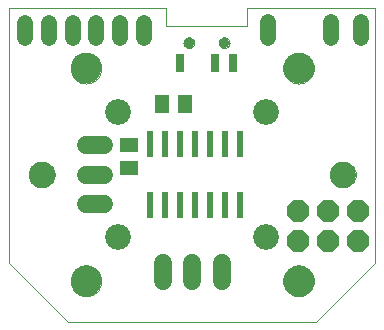
<source format=gbs>
G75*
G70*
%OFA0B0*%
%FSLAX24Y24*%
%IPPOS*%
%LPD*%
%AMOC8*
5,1,8,0,0,1.08239X$1,22.5*
%
%ADD10C,0.0000*%
%ADD11C,0.1024*%
%ADD12C,0.0866*%
%ADD13OC8,0.0740*%
%ADD14R,0.0630X0.0512*%
%ADD15C,0.0531*%
%ADD16C,0.0860*%
%ADD17C,0.0591*%
%ADD18R,0.0240X0.0870*%
%ADD19R,0.0512X0.0630*%
%ADD20C,0.0354*%
%ADD21R,0.0276X0.0591*%
D10*
X000150Y002119D02*
X002119Y000150D01*
X010386Y000150D01*
X012355Y002119D01*
X012355Y010622D01*
X008063Y010622D01*
X008063Y010032D01*
X005386Y010032D01*
X005386Y010622D01*
X000150Y010622D01*
X000150Y002119D01*
X002197Y001528D02*
X002199Y001573D01*
X002205Y001617D01*
X002214Y001661D01*
X002228Y001703D01*
X002245Y001744D01*
X002266Y001784D01*
X002290Y001822D01*
X002317Y001857D01*
X002347Y001890D01*
X002380Y001920D01*
X002415Y001947D01*
X002453Y001971D01*
X002493Y001992D01*
X002534Y002009D01*
X002576Y002023D01*
X002620Y002032D01*
X002664Y002038D01*
X002709Y002040D01*
X002754Y002038D01*
X002798Y002032D01*
X002842Y002023D01*
X002884Y002009D01*
X002925Y001992D01*
X002965Y001971D01*
X003003Y001947D01*
X003038Y001920D01*
X003071Y001890D01*
X003101Y001857D01*
X003128Y001822D01*
X003152Y001784D01*
X003173Y001744D01*
X003190Y001703D01*
X003204Y001661D01*
X003213Y001617D01*
X003219Y001573D01*
X003221Y001528D01*
X003219Y001483D01*
X003213Y001439D01*
X003204Y001395D01*
X003190Y001353D01*
X003173Y001312D01*
X003152Y001272D01*
X003128Y001234D01*
X003101Y001199D01*
X003071Y001166D01*
X003038Y001136D01*
X003003Y001109D01*
X002965Y001085D01*
X002925Y001064D01*
X002884Y001047D01*
X002842Y001033D01*
X002798Y001024D01*
X002754Y001018D01*
X002709Y001016D01*
X002664Y001018D01*
X002620Y001024D01*
X002576Y001033D01*
X002534Y001047D01*
X002493Y001064D01*
X002453Y001085D01*
X002415Y001109D01*
X002380Y001136D01*
X002347Y001166D01*
X002317Y001199D01*
X002290Y001234D01*
X002266Y001272D01*
X002245Y001312D01*
X002228Y001353D01*
X002214Y001395D01*
X002205Y001439D01*
X002199Y001483D01*
X002197Y001528D01*
X000800Y005071D02*
X000802Y005112D01*
X000808Y005153D01*
X000818Y005193D01*
X000831Y005232D01*
X000848Y005269D01*
X000869Y005305D01*
X000893Y005339D01*
X000920Y005370D01*
X000949Y005398D01*
X000982Y005424D01*
X001016Y005446D01*
X001053Y005465D01*
X001091Y005480D01*
X001131Y005492D01*
X001171Y005500D01*
X001212Y005504D01*
X001254Y005504D01*
X001295Y005500D01*
X001335Y005492D01*
X001375Y005480D01*
X001413Y005465D01*
X001449Y005446D01*
X001484Y005424D01*
X001517Y005398D01*
X001546Y005370D01*
X001573Y005339D01*
X001597Y005305D01*
X001618Y005269D01*
X001635Y005232D01*
X001648Y005193D01*
X001658Y005153D01*
X001664Y005112D01*
X001666Y005071D01*
X001664Y005030D01*
X001658Y004989D01*
X001648Y004949D01*
X001635Y004910D01*
X001618Y004873D01*
X001597Y004837D01*
X001573Y004803D01*
X001546Y004772D01*
X001517Y004744D01*
X001484Y004718D01*
X001450Y004696D01*
X001413Y004677D01*
X001375Y004662D01*
X001335Y004650D01*
X001295Y004642D01*
X001254Y004638D01*
X001212Y004638D01*
X001171Y004642D01*
X001131Y004650D01*
X001091Y004662D01*
X001053Y004677D01*
X001017Y004696D01*
X000982Y004718D01*
X000949Y004744D01*
X000920Y004772D01*
X000893Y004803D01*
X000869Y004837D01*
X000848Y004873D01*
X000831Y004910D01*
X000818Y004949D01*
X000808Y004989D01*
X000802Y005030D01*
X000800Y005071D01*
X002197Y008615D02*
X002199Y008660D01*
X002205Y008704D01*
X002214Y008748D01*
X002228Y008790D01*
X002245Y008831D01*
X002266Y008871D01*
X002290Y008909D01*
X002317Y008944D01*
X002347Y008977D01*
X002380Y009007D01*
X002415Y009034D01*
X002453Y009058D01*
X002493Y009079D01*
X002534Y009096D01*
X002576Y009110D01*
X002620Y009119D01*
X002664Y009125D01*
X002709Y009127D01*
X002754Y009125D01*
X002798Y009119D01*
X002842Y009110D01*
X002884Y009096D01*
X002925Y009079D01*
X002965Y009058D01*
X003003Y009034D01*
X003038Y009007D01*
X003071Y008977D01*
X003101Y008944D01*
X003128Y008909D01*
X003152Y008871D01*
X003173Y008831D01*
X003190Y008790D01*
X003204Y008748D01*
X003213Y008704D01*
X003219Y008660D01*
X003221Y008615D01*
X003219Y008570D01*
X003213Y008526D01*
X003204Y008482D01*
X003190Y008440D01*
X003173Y008399D01*
X003152Y008359D01*
X003128Y008321D01*
X003101Y008286D01*
X003071Y008253D01*
X003038Y008223D01*
X003003Y008196D01*
X002965Y008172D01*
X002925Y008151D01*
X002884Y008134D01*
X002842Y008120D01*
X002798Y008111D01*
X002754Y008105D01*
X002709Y008103D01*
X002664Y008105D01*
X002620Y008111D01*
X002576Y008120D01*
X002534Y008134D01*
X002493Y008151D01*
X002453Y008172D01*
X002415Y008196D01*
X002380Y008223D01*
X002347Y008253D01*
X002317Y008286D01*
X002290Y008321D01*
X002266Y008359D01*
X002245Y008399D01*
X002228Y008440D01*
X002214Y008482D01*
X002205Y008526D01*
X002199Y008570D01*
X002197Y008615D01*
X005961Y009465D02*
X005963Y009491D01*
X005969Y009517D01*
X005979Y009542D01*
X005992Y009565D01*
X006008Y009585D01*
X006028Y009603D01*
X006050Y009618D01*
X006073Y009630D01*
X006099Y009638D01*
X006125Y009642D01*
X006151Y009642D01*
X006177Y009638D01*
X006203Y009630D01*
X006227Y009618D01*
X006248Y009603D01*
X006268Y009585D01*
X006284Y009565D01*
X006297Y009542D01*
X006307Y009517D01*
X006313Y009491D01*
X006315Y009465D01*
X006313Y009439D01*
X006307Y009413D01*
X006297Y009388D01*
X006284Y009365D01*
X006268Y009345D01*
X006248Y009327D01*
X006226Y009312D01*
X006203Y009300D01*
X006177Y009292D01*
X006151Y009288D01*
X006125Y009288D01*
X006099Y009292D01*
X006073Y009300D01*
X006049Y009312D01*
X006028Y009327D01*
X006008Y009345D01*
X005992Y009365D01*
X005979Y009388D01*
X005969Y009413D01*
X005963Y009439D01*
X005961Y009465D01*
X007142Y009465D02*
X007144Y009491D01*
X007150Y009517D01*
X007160Y009542D01*
X007173Y009565D01*
X007189Y009585D01*
X007209Y009603D01*
X007231Y009618D01*
X007254Y009630D01*
X007280Y009638D01*
X007306Y009642D01*
X007332Y009642D01*
X007358Y009638D01*
X007384Y009630D01*
X007408Y009618D01*
X007429Y009603D01*
X007449Y009585D01*
X007465Y009565D01*
X007478Y009542D01*
X007488Y009517D01*
X007494Y009491D01*
X007496Y009465D01*
X007494Y009439D01*
X007488Y009413D01*
X007478Y009388D01*
X007465Y009365D01*
X007449Y009345D01*
X007429Y009327D01*
X007407Y009312D01*
X007384Y009300D01*
X007358Y009292D01*
X007332Y009288D01*
X007306Y009288D01*
X007280Y009292D01*
X007254Y009300D01*
X007230Y009312D01*
X007209Y009327D01*
X007189Y009345D01*
X007173Y009365D01*
X007160Y009388D01*
X007150Y009413D01*
X007144Y009439D01*
X007142Y009465D01*
X009284Y008615D02*
X009286Y008660D01*
X009292Y008704D01*
X009301Y008748D01*
X009315Y008790D01*
X009332Y008831D01*
X009353Y008871D01*
X009377Y008909D01*
X009404Y008944D01*
X009434Y008977D01*
X009467Y009007D01*
X009502Y009034D01*
X009540Y009058D01*
X009580Y009079D01*
X009621Y009096D01*
X009663Y009110D01*
X009707Y009119D01*
X009751Y009125D01*
X009796Y009127D01*
X009841Y009125D01*
X009885Y009119D01*
X009929Y009110D01*
X009971Y009096D01*
X010012Y009079D01*
X010052Y009058D01*
X010090Y009034D01*
X010125Y009007D01*
X010158Y008977D01*
X010188Y008944D01*
X010215Y008909D01*
X010239Y008871D01*
X010260Y008831D01*
X010277Y008790D01*
X010291Y008748D01*
X010300Y008704D01*
X010306Y008660D01*
X010308Y008615D01*
X010306Y008570D01*
X010300Y008526D01*
X010291Y008482D01*
X010277Y008440D01*
X010260Y008399D01*
X010239Y008359D01*
X010215Y008321D01*
X010188Y008286D01*
X010158Y008253D01*
X010125Y008223D01*
X010090Y008196D01*
X010052Y008172D01*
X010012Y008151D01*
X009971Y008134D01*
X009929Y008120D01*
X009885Y008111D01*
X009841Y008105D01*
X009796Y008103D01*
X009751Y008105D01*
X009707Y008111D01*
X009663Y008120D01*
X009621Y008134D01*
X009580Y008151D01*
X009540Y008172D01*
X009502Y008196D01*
X009467Y008223D01*
X009434Y008253D01*
X009404Y008286D01*
X009377Y008321D01*
X009353Y008359D01*
X009332Y008399D01*
X009315Y008440D01*
X009301Y008482D01*
X009292Y008526D01*
X009286Y008570D01*
X009284Y008615D01*
X010839Y005071D02*
X010841Y005112D01*
X010847Y005153D01*
X010857Y005193D01*
X010870Y005232D01*
X010887Y005269D01*
X010908Y005305D01*
X010932Y005339D01*
X010959Y005370D01*
X010988Y005398D01*
X011021Y005424D01*
X011055Y005446D01*
X011092Y005465D01*
X011130Y005480D01*
X011170Y005492D01*
X011210Y005500D01*
X011251Y005504D01*
X011293Y005504D01*
X011334Y005500D01*
X011374Y005492D01*
X011414Y005480D01*
X011452Y005465D01*
X011488Y005446D01*
X011523Y005424D01*
X011556Y005398D01*
X011585Y005370D01*
X011612Y005339D01*
X011636Y005305D01*
X011657Y005269D01*
X011674Y005232D01*
X011687Y005193D01*
X011697Y005153D01*
X011703Y005112D01*
X011705Y005071D01*
X011703Y005030D01*
X011697Y004989D01*
X011687Y004949D01*
X011674Y004910D01*
X011657Y004873D01*
X011636Y004837D01*
X011612Y004803D01*
X011585Y004772D01*
X011556Y004744D01*
X011523Y004718D01*
X011489Y004696D01*
X011452Y004677D01*
X011414Y004662D01*
X011374Y004650D01*
X011334Y004642D01*
X011293Y004638D01*
X011251Y004638D01*
X011210Y004642D01*
X011170Y004650D01*
X011130Y004662D01*
X011092Y004677D01*
X011056Y004696D01*
X011021Y004718D01*
X010988Y004744D01*
X010959Y004772D01*
X010932Y004803D01*
X010908Y004837D01*
X010887Y004873D01*
X010870Y004910D01*
X010857Y004949D01*
X010847Y004989D01*
X010841Y005030D01*
X010839Y005071D01*
X009284Y001528D02*
X009286Y001573D01*
X009292Y001617D01*
X009301Y001661D01*
X009315Y001703D01*
X009332Y001744D01*
X009353Y001784D01*
X009377Y001822D01*
X009404Y001857D01*
X009434Y001890D01*
X009467Y001920D01*
X009502Y001947D01*
X009540Y001971D01*
X009580Y001992D01*
X009621Y002009D01*
X009663Y002023D01*
X009707Y002032D01*
X009751Y002038D01*
X009796Y002040D01*
X009841Y002038D01*
X009885Y002032D01*
X009929Y002023D01*
X009971Y002009D01*
X010012Y001992D01*
X010052Y001971D01*
X010090Y001947D01*
X010125Y001920D01*
X010158Y001890D01*
X010188Y001857D01*
X010215Y001822D01*
X010239Y001784D01*
X010260Y001744D01*
X010277Y001703D01*
X010291Y001661D01*
X010300Y001617D01*
X010306Y001573D01*
X010308Y001528D01*
X010306Y001483D01*
X010300Y001439D01*
X010291Y001395D01*
X010277Y001353D01*
X010260Y001312D01*
X010239Y001272D01*
X010215Y001234D01*
X010188Y001199D01*
X010158Y001166D01*
X010125Y001136D01*
X010090Y001109D01*
X010052Y001085D01*
X010012Y001064D01*
X009971Y001047D01*
X009929Y001033D01*
X009885Y001024D01*
X009841Y001018D01*
X009796Y001016D01*
X009751Y001018D01*
X009707Y001024D01*
X009663Y001033D01*
X009621Y001047D01*
X009580Y001064D01*
X009540Y001085D01*
X009502Y001109D01*
X009467Y001136D01*
X009434Y001166D01*
X009404Y001199D01*
X009377Y001234D01*
X009353Y001272D01*
X009332Y001312D01*
X009315Y001353D01*
X009301Y001395D01*
X009292Y001439D01*
X009286Y001483D01*
X009284Y001528D01*
D11*
X009796Y001528D03*
X002709Y001528D03*
X002709Y008615D03*
X009796Y008615D03*
D12*
X011272Y005071D03*
X001233Y005071D03*
D13*
X009776Y003867D03*
X010776Y003867D03*
X011776Y003867D03*
X011776Y002867D03*
X010776Y002867D03*
X009776Y002867D03*
D14*
X004130Y005276D03*
X004130Y006063D03*
D15*
X003843Y009605D02*
X003843Y010136D01*
X003056Y010136D02*
X003056Y009605D01*
X002268Y009605D02*
X002268Y010136D01*
X001481Y010136D02*
X001481Y009605D01*
X000693Y009605D02*
X000693Y010136D01*
X004630Y010136D02*
X004630Y009605D01*
X008784Y009609D02*
X008784Y010140D01*
X010870Y010140D02*
X010870Y009609D01*
X011870Y009609D02*
X011870Y010140D01*
D16*
X008713Y007158D03*
X008713Y002985D03*
X003792Y002985D03*
X003792Y007158D03*
D17*
X003300Y006056D02*
X002709Y006056D01*
X002709Y005071D02*
X003300Y005071D01*
X003300Y004087D02*
X002709Y004087D01*
X005268Y002119D02*
X005268Y001528D01*
X006252Y001528D02*
X006252Y002119D01*
X007237Y002119D02*
X007237Y001528D01*
D18*
X007331Y004046D03*
X006831Y004046D03*
X006331Y004046D03*
X005831Y004046D03*
X005331Y004046D03*
X004831Y004046D03*
X004831Y006096D03*
X005331Y006096D03*
X005831Y006096D03*
X006331Y006096D03*
X006831Y006096D03*
X007331Y006096D03*
X007831Y006096D03*
X007831Y004046D03*
D19*
X006016Y007424D03*
X005229Y007424D03*
D20*
X006138Y009465D03*
X007319Y009465D03*
D21*
X007024Y008776D03*
X007615Y008776D03*
X005843Y008776D03*
M02*

</source>
